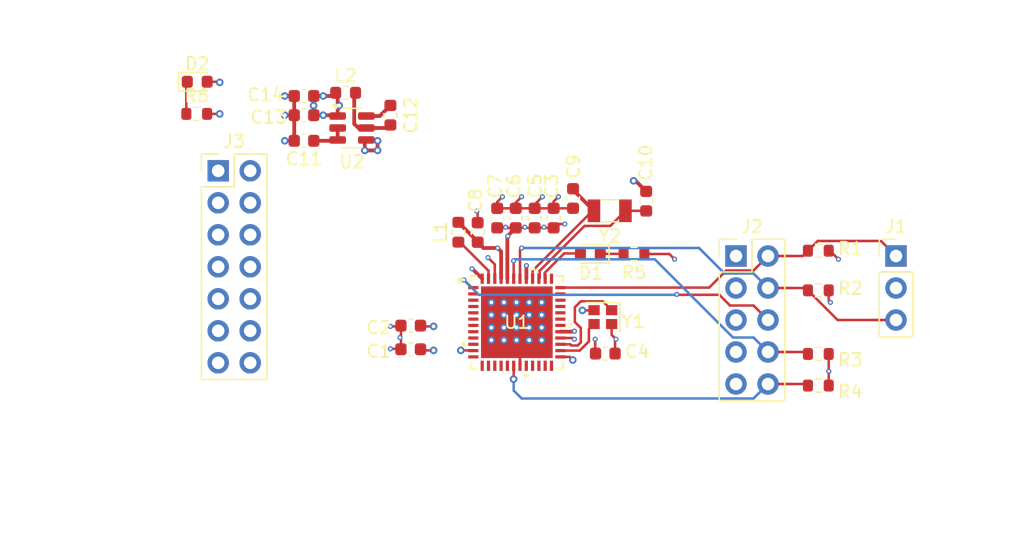
<source format=kicad_pcb>
(kicad_pcb (version 20240108) (generator "pcbnew") (generator_version "8.0")
  (layers (0 "F.Cu" signal) (1 "In1.Cu" signal) (2 "In2.Cu" signal) (31 "B.Cu" signal) (34 "B.Paste" user) (35 "F.Paste" user) (36 "B.SilkS" user "B.Silkscreen") (37 "F.SilkS" user "F.Silkscreen") (38 "B.Mask" user) (39 "F.Mask" user) (44 "Edge.Cuts" user))
  (net 0 "")
  (net 1 "GND")
  (net 2 "VDD")
  (net 3 "VFBSMPS")
  (net 4 "/SWCLK")
  (net 5 "/SWDIO")
  (net 6 "/JTDI")
  (net 7 "/JTDO")
  (net 8 "/NRST")
  (net 10 "Net-(U1-OSC_IN)")
  (net 13 "Net-(U1-OSC_OUT)")
  (net 15 "Net-(D1-A)")
  (net 17 "Net-(U1-VLXSMPS)")
  (net 20 "Net-(U1-PC15-OSC32_OUT)")
  (net 36 "/VBAT")
  (net 37 "Net-(U1-PC14-OSC32_IN)")
  (net 43 "Net-(D1-K)")
  (net 44 "Net-(U2-SW)")
  (net 45 "VIN")
  (net 46 "Net-(U2-BST)")
  (net 47 "Net-(D2-K)")
  (footprint "Resistor_SMD:R_0603_1608Metric" (layer "F.Cu") (at 164.016 89.056)
    (property "Reference" "R3" (at 2.54 0.475 0) (layer "F.SilkS"))
    (property "Value" "100k")
    (pad "1" smd roundrect (at -0.825 0) (size 0.8 0.95) (layers "F.Cu" "F.Paste" "F.Mask") (net 6 "/JTDI"))
    (pad "2" smd roundrect (at 0.825 0) (size 0.8 0.95) (layers "F.Cu" "F.Paste" "F.Mask") (net 2 "VDD"))
  )
  (footprint "Inductor_SMD:L_0603_1608Metric" (layer "F.Cu") (at 135.442 79.394 90)
    (property "Reference" "L1" (at 0 -1.43 90) (layer "F.SilkS"))
    (property "Value" "15µH")
    (pad "1" smd roundrect (at -0.7875 0 90) (size 0.875 0.95) (layers "F.Cu" "F.Paste" "F.Mask") (net 17 "Net-(U1-VLXSMPS)"))
    (pad "2" smd roundrect (at 0.7875 0 90) (size 0.875 0.95) (layers "F.Cu" "F.Paste" "F.Mask") (net 3 "VFBSMPS"))
  )
  (footprint "Resistor_SMD:R_0603_1608Metric" (layer "F.Cu") (at 164.016 91.566)
    (property "Reference" "R4" (at 2.54 0.475 0) (layer "F.SilkS"))
    (property "Value" "100k")
    (pad "1" smd roundrect (at -0.825 0) (size 0.8 0.95) (layers "F.Cu" "F.Paste" "F.Mask") (net 8 "/NRST"))
    (pad "2" smd roundrect (at 0.825 0) (size 0.8 0.95) (layers "F.Cu" "F.Paste" "F.Mask") (net 2 "VDD"))
  )
  (footprint "Capacitor_SMD:C_0603_1608Metric" (layer "F.Cu") (at 123.19 68.58 180)
    (property "Reference" "C14" (at 3.048 0.094 0) (layer "F.SilkS"))
    (property "Value" "22µF")
    (pad "1" smd roundrect (at -0.775 0 180) (size 0.9 0.95) (layers "F.Cu" "F.Paste" "F.Mask") (net 2 "VDD"))
    (pad "2" smd roundrect (at 0.775 0 180) (size 0.9 0.95) (layers "F.Cu" "F.Paste" "F.Mask") (net 1 "GND"))
  )
  (footprint "Package_TO_SOT_SMD:TSOT-23-6" (layer "F.Cu") (at 127 71.12)
    (property "Reference" "U2" (at 0 2.68 0) (layer "F.SilkS"))
    (property "Value" "AP63203WU")
    (pad "1" smd roundrect (at -1.1375 -0.95) (size 1.325 0.6) (layers "F.Cu" "F.Paste" "F.Mask") (net 2 "VDD"))
    (pad "2" smd roundrect (at -1.1375 0) (size 1.325 0.6) (layers "F.Cu" "F.Paste" "F.Mask") (net 45 "VIN"))
    (pad "3" smd roundrect (at -1.1375 0.95) (size 1.325 0.6) (layers "F.Cu" "F.Paste" "F.Mask") (net 45 "VIN"))
    (pad "4" smd roundrect (at 1.1375 0.95) (size 1.325 0.6) (layers "F.Cu" "F.Paste" "F.Mask") (net 1 "GND"))
    (pad "5" smd roundrect (at 1.1375 0) (size 1.325 0.6) (layers "F.Cu" "F.Paste" "F.Mask") (net 44 "Net-(U2-SW)"))
    (pad "6" smd roundrect (at 1.1375 -0.95) (size 1.325 0.6) (layers "F.Cu" "F.Paste" "F.Mask") (net 46 "Net-(U2-BST)"))
  )
  (footprint "Capacitor_SMD:C_0603_1608Metric" (layer "F.Cu") (at 144.545 76.715 -90)
    (property "Reference" "C9" (at -2.54 -0.033 90) (layer "F.SilkS"))
    (property "Value" "18pF")
    (pad "1" smd roundrect (at -0.775 0 270) (size 0.9 0.95) (layers "F.Cu" "F.Paste" "F.Mask") (net 20 "Net-(U1-PC15-OSC32_OUT)"))
    (pad "2" smd roundrect (at 0.775 0 270) (size 0.9 0.95) (layers "F.Cu" "F.Paste" "F.Mask") (net 1 "GND"))
  )
  (footprint "Capacitor_SMD:C_0603_1608Metric" (layer "F.Cu") (at 147.106 89.026)
    (property "Reference" "C4" (at 2.54 -0.16 0) (layer "F.SilkS"))
    (property "Value" "4.7µF")
    (pad "1" smd roundrect (at -0.775 0) (size 0.9 0.95) (layers "F.Cu" "F.Paste" "F.Mask") (net 2 "VDD"))
    (pad "2" smd roundrect (at 0.775 0) (size 0.9 0.95) (layers "F.Cu" "F.Paste" "F.Mask") (net 1 "GND"))
  )
  (footprint "Crystal:Crystal_SMD_3215-2Pin_3.2x1.5mm" (layer "F.Cu") (at 147.454 77.692 180)
    (property "Reference" "Y2" (at 0 -2 0) (layer "F.SilkS"))
    (property "Value" "Crystal_32.768kHz")
    (pad "1" smd rect (at 1.25 0 180) (size 1 1.8) (layers "F.Cu" "F.Paste" "F.Mask") (net 20 "Net-(U1-PC15-OSC32_OUT)"))
    (pad "2" smd rect (at -1.25 0 180) (size 1 1.8) (layers "F.Cu" "F.Paste" "F.Mask") (net 37 "Net-(U1-PC14-OSC32_IN)"))
  )
  (footprint "Connector_PinHeader_2.54mm:PinHeader_2x07_P2.54mm_Vertical" (layer "F.Cu") (at 116.379 74.5198)
    (property "Reference" "J3" (at 1.27 -2.33 0) (layer "F.SilkS"))
    (property "Value" "Conn_02x08_Top_Bottom")
    (pad "1" thru_hole rect (at 0 0) (size 1.7 1.7) (drill 1) (layers "*.Cu" "*.Mask") (net 1 "GND"))
    (pad "2" thru_hole oval (at 2.54 0) (size 1.7 1.7) (drill 1) (layers "*.Cu" "*.Mask") (net 1 "GND"))
    (pad "3" thru_hole oval (at 0 2.54) (size 1.7 1.7) (drill 1) (layers "*.Cu" "*.Mask") (net 2 "VDD"))
    (pad "4" thru_hole oval (at 2.54 2.54) (size 1.7 1.7) (drill 1) (layers "*.Cu" "*.Mask") (net 2 "VDD"))
    (pad "5" thru_hole oval (at 0 5.08) (size 1.7 1.7) (drill 1) (layers "*.Cu" "*.Mask") (net 45 "VIN"))
    (pad "6" thru_hole oval (at 2.54 5.08) (size 1.7 1.7) (drill 1) (layers "*.Cu" "*.Mask") (net 45 "VIN"))
    (pad "7" thru_hole oval (at 0 7.62) (size 1.7 1.7) (drill 1) (layers "*.Cu" "*.Mask") (net 36 "/VBAT"))
    (pad "8" thru_hole oval (at 2.54 7.62) (size 1.7 1.7) (drill 1) (layers "*.Cu" "*.Mask") (net 1 "GND"))
    (pad "9" thru_hole oval (at 0 10.16) (size 1.7 1.7) (drill 1) (layers "*.Cu" "*.Mask") (net 1 "GND"))
    (pad "10" thru_hole oval (at 2.54 10.16) (size 1.7 1.7) (drill 1) (layers "*.Cu" "*.Mask") (net 2 "VDD"))
    (pad "11" thru_hole oval (at 0 12.7) (size 1.7 1.7) (drill 1) (layers "*.Cu" "*.Mask") (net 2 "VDD"))
    (pad "12" thru_hole oval (at 2.54 12.7) (size 1.7 1.7) (drill 1) (layers "*.Cu" "*.Mask") (net 45 "VIN"))
    (pad "13" thru_hole oval (at 0 15.24) (size 1.7 1.7) (drill 1) (layers "*.Cu" "*.Mask") (net 45 "VIN"))
    (pad "14" thru_hole oval (at 2.54 15.24) (size 1.7 1.7) (drill 1) (layers "*.Cu" "*.Mask") (net 36 "/VBAT"))
  )
  (footprint "Inductor_SMD:L_0603_1608Metric" (layer "F.Cu") (at 126.492 68.326 180)
    (property "Reference" "L2" (at 0 1.364 0) (layer "F.SilkS"))
    (property "Value" "4.7µH")
    (pad "1" smd roundrect (at -0.7875 0 180) (size 0.875 0.95) (layers "F.Cu" "F.Paste" "F.Mask") (net 44 "Net-(U2-SW)"))
    (pad "2" smd roundrect (at 0.7875 0 180) (size 0.875 0.95) (layers "F.Cu" "F.Paste" "F.Mask") (net 2 "VDD"))
  )
  (footprint "Capacitor_SMD:C_0603_1608Metric" (layer "F.Cu") (at 123.19 72.136 180)
    (property "Reference" "C11" (at 0 -1.43 0) (layer "F.SilkS"))
    (property "Value" "10µF")
    (pad "1" smd roundrect (at -0.775 0 180) (size 0.9 0.95) (layers "F.Cu" "F.Paste" "F.Mask") (net 45 "VIN"))
    (pad "2" smd roundrect (at 0.775 0 180) (size 0.9 0.95) (layers "F.Cu" "F.Paste" "F.Mask") (net 1 "GND"))
  )
  (footprint "Resistor_SMD:R_0603_1608Metric" (layer "F.Cu") (at 149.3838 81.1198)
    (property "Reference" "R5" (at 0 1.4656 0) (layer "F.SilkS"))
    (property "Value" "R")
    (pad "1" smd roundrect (at -0.825 0) (size 0.8 0.95) (layers "F.Cu" "F.Paste" "F.Mask") (net 43 "Net-(D1-K)"))
    (pad "2" smd roundrect (at 0.825 0) (size 0.8 0.95) (layers "F.Cu" "F.Paste" "F.Mask") (net 1 "GND"))
  )
  (footprint "Capacitor_SMD:C_0603_1608Metric" (layer "F.Cu") (at 130.048 70.104 90)
    (property "Reference" "C12" (at 0 1.618 90) (layer "F.SilkS"))
    (property "Value" "100nF")
    (pad "1" smd roundrect (at -0.775 0 90) (size 0.9 0.95) (layers "F.Cu" "F.Paste" "F.Mask") (net 44 "Net-(U2-SW)"))
    (pad "2" smd roundrect (at 0.775 0 90) (size 0.9 0.95) (layers "F.Cu" "F.Paste" "F.Mask") (net 46 "Net-(U2-BST)"))
  )
  (footprint "Connector_PinHeader_2.54mm:PinHeader_2x05_P2.54mm_Vertical" (layer "F.Cu") (at 157.48 81.28)
    (property "Reference" "J2" (at 1.27 -2.33 0) (layer "F.SilkS"))
    (property "Value" "CORTEX_DEBUG")
    (pad "1" thru_hole rect (at 0 0) (size 1.7 1.7) (drill 1) (layers "*.Cu" "*.Mask") (net 2 "VDD"))
    (pad "2" thru_hole oval (at 2.54 0) (size 1.7 1.7) (drill 1) (layers "*.Cu" "*.Mask") (net 5 "/SWDIO"))
    (pad "3" thru_hole oval (at 0 2.54) (size 1.7 1.7) (drill 1) (layers "*.Cu" "*.Mask") (net 1 "GND"))
    (pad "4" thru_hole oval (at 2.54 2.54) (size 1.7 1.7) (drill 1) (layers "*.Cu" "*.Mask") (net 4 "/SWCLK"))
    (pad "5" thru_hole oval (at 0 5.08) (size 1.7 1.7) (drill 1) (layers "*.Cu" "*.Mask") (net 1 "GND"))
    (pad "6" thru_hole oval (at 2.54 5.08) (size 1.7 1.7) (drill 1) (layers "*.Cu" "*.Mask") (net 7 "/JTDO"))
    (pad "7" thru_hole oval (at 0 7.62) (size 1.7 1.7) (drill 1) (layers "*.Cu" "*.Mask"))
    (pad "8" thru_hole oval (at 2.54 7.62) (size 1.7 1.7) (drill 1) (layers "*.Cu" "*.Mask") (net 6 "/JTDI"))
    (pad "9" thru_hole oval (at 0 10.16) (size 1.7 1.7) (drill 1) (layers "*.Cu" "*.Mask") (net 1 "GND"))
    (pad "10" thru_hole oval (at 2.54 10.16) (size 1.7 1.7) (drill 1) (layers "*.Cu" "*.Mask") (net 8 "/NRST"))
  )
  (footprint "Capacitor_SMD:C_0603_1608Metric" (layer "F.Cu") (at 136.976 79.413 90)
    (property "Reference" "C8" (at 2.54 -0.16 -90) (layer "F.SilkS"))
    (property "Value" "470nF")
    (pad "1" smd roundrect (at -0.775 0 90) (size 0.9 0.95) (layers "F.Cu" "F.Paste" "F.Mask") (net 3 "VFBSMPS"))
    (pad "2" smd roundrect (at 0.775 0 90) (size 0.9 0.95) (layers "F.Cu" "F.Paste" "F.Mask") (net 1 "GND"))
  )
  (footprint "Resistor_SMD:R_0603_1608Metric" (layer "F.Cu") (at 164.016 84.006)
    (property "Reference" "R2" (at 2.54 -0.16 0) (layer "F.SilkS"))
    (property "Value" "100k")
    (pad "1" smd roundrect (at -0.825 0) (size 0.8 0.95) (layers "F.Cu" "F.Paste" "F.Mask") (net 4 "/SWCLK"))
    (pad "2" smd roundrect (at 0.825 0) (size 0.8 0.95) (layers "F.Cu" "F.Paste" "F.Mask") (net 1 "GND"))
  )
  (footprint "Project_library:UFQFPN48_7X7_STM" (layer "F.Cu") (at 140.0848 86.5388)
    (property "Reference" "U1" (at 0 0 0) (layer "F.SilkS"))
    (property "Value" "STM32WLE5CBU6")
    (fp_text user "*" (at -4.4958 -3 0) (layer "F.SilkS"))
    (fp_text user "*" (at -4.4958 -3 0) (layer "F.SilkS"))
    (pad "1" smd rect (at -3.4544 -2.75 90) (size 0.254 0.8128) (layers "F.Cu" "F.Paste" "F.Mask") (net 7 "/JTDO"))
    (pad "2" smd rect (at -3.4544 -2.250001 90) (size 0.254 0.8128) (layers "F.Cu" "F.Paste" "F.Mask"))
    (pad "3" smd rect (at -3.4544 -1.749999 90) (size 0.254 0.8128) (layers "F.Cu" "F.Paste" "F.Mask"))
    (pad "4" smd rect (at -3.4544 -1.25 90) (size 0.254 0.8128) (layers "F.Cu" "F.Paste" "F.Mask"))
    (pad "5" smd rect (at -3.4544 -0.750001 90) (size 0.254 0.8128) (layers "F.Cu" "F.Paste" "F.Mask"))
    (pad "6" smd rect (at -3.4544 -0.25 90) (size 0.254 0.8128) (layers "F.Cu" "F.Paste" "F.Mask"))
    (pad "7" smd rect (at -3.4544 0.25 90) (size 0.254 0.8128) (layers "F.Cu" "F.Paste" "F.Mask"))
    (pad "8" smd rect (at -3.4544 0.750001 90) (size 0.254 0.8128) (layers "F.Cu" "F.Paste" "F.Mask"))
    (pad "9" smd rect (at -3.4544 1.25 90) (size 0.254 0.8128) (layers "F.Cu" "F.Paste" "F.Mask"))
    (pad "10" smd rect (at -3.4544 1.749999 90) (size 0.254 0.8128) (layers "F.Cu" "F.Paste" "F.Mask"))
    (pad "11" smd rect (at -3.4544 2.250001 90) (size 0.254 0.8128) (layers "F.Cu" "F.Paste" "F.Mask") (net 2 "VDD"))
    (pad "12" smd rect (at -3.4544 2.75 90) (size 0.254 0.8128) (layers "F.Cu" "F.Paste" "F.Mask"))
    (pad "13" smd rect (at -2.75 3.4544) (size 0.254 0.8128) (layers "F.Cu" "F.Paste" "F.Mask"))
    (pad "14" smd rect (at -2.250001 3.4544) (size 0.254 0.8128) (layers "F.Cu" "F.Paste" "F.Mask"))
    (pad "15" smd rect (at -1.749999 3.4544) (size 0.254 0.8128) (layers "F.Cu" "F.Paste" "F.Mask"))
    (pad "16" smd rect (at -1.25 3.4544) (size 0.254 0.8128) (layers "F.Cu" "F.Paste" "F.Mask"))
    (pad "17" smd rect (at -0.750001 3.4544) (size 0.254 0.8128) (layers "F.Cu" "F.Paste" "F.Mask"))
    (pad "18" smd rect (at -0.25 3.4544) (size 0.254 0.8128) (layers "F.Cu" "F.Paste" "F.Mask") (net 8 "/NRST"))
    (pad "19" smd rect (at 0.25 3.4544) (size 0.254 0.8128) (layers "F.Cu" "F.Paste" "F.Mask") (net 1 "GND"))
    (pad "20" smd rect (at 0.750001 3.4544) (size 0.254 0.8128) (layers "F.Cu" "F.Paste" "F.Mask"))
    (pad "21" smd rect (at 1.25 3.4544) (size 0.254 0.8128) (layers "F.Cu" "F.Paste" "F.Mask"))
    (pad "22" smd rect (at 1.749999 3.4544) (size 0.254 0.8128) (layers "F.Cu" "F.Paste" "F.Mask"))
    (pad "23" smd rect (at 2.250001 3.4544) (size 0.254 0.8128) (layers "F.Cu" "F.Paste" "F.Mask"))
    (pad "24" smd rect (at 2.75 3.4544) (size 0.254 0.8128) (layers "F.Cu" "F.Paste" "F.Mask"))
    (pad "25" smd rect (at 3.4544 2.75 90) (size 0.254 0.8128) (layers "F.Cu" "F.Paste" "F.Mask") (net 2 "VDD"))
    (pad "26" smd rect (at 3.4544 2.250001 90) (size 0.254 0.8128) (layers "F.Cu" "F.Paste" "F.Mask") (net 10 "Net-(U1-OSC_IN)"))
    (pad "27" smd rect (at 3.4544 1.749999 90) (size 0.254 0.8128) (layers "F.Cu" "F.Paste" "F.Mask") (net 13 "Net-(U1-OSC_OUT)"))
    (pad "28" smd rect (at 3.4544 1.25 90) (size 0.254 0.8128) (layers "F.Cu" "F.Paste" "F.Mask") (net 2 "VDD"))
    (pad "29" smd rect (at 3.4544 0.750001 90) (size 0.254 0.8128) (layers "F.Cu" "F.Paste" "F.Mask") (net 3 "VFBSMPS"))
    (pad "30" smd rect (at 3.4544 0.25 90) (size 0.254 0.8128) (layers "F.Cu" "F.Paste" "F.Mask"))
    (pad "31" smd rect (at 3.4544 -0.25 90) (size 0.254 0.8128) (layers "F.Cu" "F.Paste" "F.Mask"))
    (pad "32" smd rect (at 3.4544 -0.750001 90) (size 0.254 0.8128) (layers "F.Cu" "F.Paste" "F.Mask"))
    (pad "33" smd rect (at 3.4544 -1.25 90) (size 0.254 0.8128) (layers "F.Cu" "F.Paste" "F.Mask"))
    (pad "34" smd rect (at 3.4544 -1.749999 90) (size 0.254 0.8128) (layers "F.Cu" "F.Paste" "F.Mask"))
    (pad "35" smd rect (at 3.4544 -2.250001 90) (size 0.254 0.8128) (layers "F.Cu" "F.Paste" "F.Mask"))
    (pad "36" smd rect (at 3.4544 -2.75 90) (size 0.254 0.8128) (layers "F.Cu" "F.Paste" "F.Mask") (net 5 "/SWDIO"))
    (pad "37" smd rect (at 2.75 -3.4544) (size 0.254 0.8128) (layers "F.Cu" "F.Paste" "F.Mask") (net 36 "/VBAT"))
    (pad "38" smd rect (at 2.250001 -3.4544) (size 0.254 0.8128) (layers "F.Cu" "F.Paste" "F.Mask") (net 15 "Net-(D1-A)"))
    (pad "39" smd rect (at 1.749999 -3.4544) (size 0.254 0.8128) (layers "F.Cu" "F.Paste" "F.Mask") (net 37 "Net-(U1-PC14-OSC32_IN)"))
    (pad "40" smd rect (at 1.25 -3.4544) (size 0.254 0.8128) (layers "F.Cu" "F.Paste" "F.Mask") (net 20 "Net-(U1-PC15-OSC32_OUT)"))
    (pad "41" smd rect (at 0.750001 -3.4544) (size 0.254 0.8128) (layers "F.Cu" "F.Paste" "F.Mask") (net 2 "VDD"))
    (pad "42" smd rect (at 0.25 -3.4544) (size 0.254 0.8128) (layers "F.Cu" "F.Paste" "F.Mask") (net 4 "/SWCLK"))
    (pad "43" smd rect (at -0.25 -3.4544) (size 0.254 0.8128) (layers "F.Cu" "F.Paste" "F.Mask") (net 6 "/JTDI"))
    (pad "44" smd rect (at -0.750001 -3.4544) (size 0.254 0.8128) (layers "F.Cu" "F.Paste" "F.Mask") (net 2 "VDD"))
    (pad "45" smd rect (at -1.25 -3.4544) (size 0.254 0.8128) (layers "F.Cu" "F.Paste" "F.Mask") (net 3 "VFBSMPS"))
    (pad "46" smd rect (at -1.749999 -3.4544) (size 0.254 0.8128) (layers "F.Cu" "F.Paste" "F.Mask") (net 2 "VDD"))
    (pad "47" smd rect (at -2.250001 -3.4544) (size 0.254 0.8128) (layers "F.Cu" "F.Paste" "F.Mask") (net 17 "Net-(U1-VLXSMPS)"))
    (pad "48" smd rect (at -2.75 -3.4544) (size 0.254 0.8128) (layers "F.Cu" "F.Paste" "F.Mask") (net 1 "GND"))
    (pad "49" smd rect (at 0 0) (size 5.6896 5.6896) (layers "F.Cu" "F.Paste" "F.Mask") (net 1 "GND"))
  )
  (footprint "Capacitor_SMD:C_0603_1608Metric" (layer "F.Cu") (at 131.659 86.809 180)
    (property "Reference" "C2" (at 2.54 -0.16 180) (layer "F.SilkS"))
    (property "Value" "4.7µF")
    (pad "1" smd roundrect (at -0.775 0 180) (size 0.9 0.95) (layers "F.Cu" "F.Paste" "F.Mask") (net 2 "VDD"))
    (pad "2" smd roundrect (at 0.775 0 180) (size 0.9 0.95) (layers "F.Cu" "F.Paste" "F.Mask") (net 1 "GND"))
  )
  (footprint "Connector_PinHeader_2.54mm:PinHeader_1x03_P2.54mm_Vertical" (layer "F.Cu") (at 170.18 81.28)
    (property "Reference" "J1" (at 0 -2.33 0) (layer "F.SilkS"))
    (property "Value" "SWD")
    (pad "1" thru_hole rect (at 0 0) (size 1.7 1.7) (drill 1) (layers "*.Cu" "*.Mask") (net 5 "/SWDIO"))
    (pad "2" thru_hole oval (at 0 2.54) (size 1.7 1.7) (drill 1) (layers "*.Cu" "*.Mask") (net 1 "GND"))
    (pad "3" thru_hole oval (at 0 5.08) (size 1.7 1.7) (drill 1) (layers "*.Cu" "*.Mask") (net 4 "/SWCLK"))
  )
  (footprint "Capacitor_SMD:C_0603_1608Metric" (layer "F.Cu") (at 123.19 70.104 180)
    (property "Reference" "C13" (at 2.794 -0.16 0) (layer "F.SilkS"))
    (property "Value" "22µF")
    (pad "1" smd roundrect (at -0.775 0 180) (size 0.9 0.95) (layers "F.Cu" "F.Paste" "F.Mask") (net 2 "VDD"))
    (pad "2" smd roundrect (at 0.775 0 180) (size 0.9 0.95) (layers "F.Cu" "F.Paste" "F.Mask") (net 1 "GND"))
  )
  (footprint "Resistor_SMD:R_0603_1608Metric" (layer "F.Cu") (at 114.675 70)
    (property "Reference" "R6" (at 0 -1.43 0) (layer "F.SilkS"))
    (property "Value" "500")
    (pad "1" smd roundrect (at -0.825 0) (size 0.8 0.95) (layers "F.Cu" "F.Paste" "F.Mask") (net 47 "Net-(D2-K)"))
    (pad "2" smd roundrect (at 0.825 0) (size 0.8 0.95) (layers "F.Cu" "F.Paste" "F.Mask") (net 1 "GND"))
  )
  (footprint "Capacitor_SMD:C_0603_1608Metric" (layer "F.Cu") (at 138.524 78.27 90)
    (property "Reference" "C7" (at 2.54 -0.16 -90) (layer "F.SilkS"))
    (property "Value" "4.7µF")
    (pad "1" smd roundrect (at -0.775 0 90) (size 0.9 0.95) (layers "F.Cu" "F.Paste" "F.Mask") (net 2 "VDD"))
    (pad "2" smd roundrect (at 0.775 0 90) (size 0.9 0.95) (layers "F.Cu" "F.Paste" "F.Mask") (net 1 "GND"))
  )
  (footprint "Crystal:Crystal_SMD_2016-4Pin_2.0x1.6mm" (layer "F.Cu") (at 146.911 86.13 180)
    (property "Reference" "Y1" (at -2.413 -0.349 0) (layer "F.SilkS"))
    (property "Value" "Crystal_32MHz")
    (pad "1" smd rect (at -0.7 0.55 180) (size 0.9 0.8) (layers "F.Cu" "F.Paste" "F.Mask") (net 13 "Net-(U1-OSC_OUT)"))
    (pad "2" smd rect (at 0.7 0.55 180) (size 0.9 0.8) (layers "F.Cu" "F.Paste" "F.Mask") (net 1 "GND"))
    (pad "3" smd rect (at 0.7 -0.55 180) (size 0.9 0.8) (layers "F.Cu" "F.Paste" "F.Mask") (net 10 "Net-(U1-OSC_IN)"))
    (pad "4" smd rect (at -0.7 -0.55 180) (size 0.9 0.8) (layers "F.Cu" "F.Paste" "F.Mask") (net 1 "GND"))
  )
  (footprint "LED_SMD:LED_0603_1608Metric" (layer "F.Cu") (at 114.715 67.45)
    (property "Reference" "D2" (at 0 -1.43 0) (layer "F.SilkS"))
    (property "Value" "power on LED")
    (pad "1" smd roundrect (at -0.7875 0) (size 0.875 0.95) (layers "F.Cu" "F.Paste" "F.Mask") (net 47 "Net-(D2-K)"))
    (pad "2" smd roundrect (at 0.7875 0) (size 0.875 0.95) (layers "F.Cu" "F.Paste" "F.Mask") (net 2 "VDD"))
  )
  (footprint "Capacitor_SMD:C_0603_1608Metric" (layer "F.Cu") (at 150.349 76.925 90)
    (property "Reference" "C10" (at 3.048 -0.033 90) (layer "F.SilkS"))
    (property "Value" "18pF")
    (pad "1" smd roundrect (at -0.775 0 90) (size 0.9 0.95) (layers "F.Cu" "F.Paste" "F.Mask") (net 37 "Net-(U1-PC14-OSC32_IN)"))
    (pad "2" smd roundrect (at 0.775 0 90) (size 0.9 0.95) (layers "F.Cu" "F.Paste" "F.Mask") (net 1 "GND"))
  )
  (footprint "LED_SMD:LED_0603_1608Metric" (layer "F.Cu") (at 145.9186 81.1098 180)
    (property "Reference" "D1" (at -0.0508 -1.5316 0) (layer "F.SilkS"))
    (property "Value" "LED")
    (pad "1" smd roundrect (at -0.7875 0 180) (size 0.875 0.95) (layers "F.Cu" "F.Paste" "F.Mask") (net 43 "Net-(D1-K)"))
    (pad "2" smd roundrect (at 0.7875 0 180) (size 0.875 0.95) (layers "F.Cu" "F.Paste" "F.Mask") (net 15 "Net-(D1-A)"))
  )
  (footprint "Capacitor_SMD:C_0603_1608Metric" (layer "F.Cu") (at 131.659 88.684 180)
    (property "Reference" "C1" (at 2.54 -0.16 180) (layer "F.SilkS"))
    (property "Value" "100nF")
    (pad "1" smd roundrect (at -0.775 0 180) (size 0.9 0.95) (layers "F.Cu" "F.Paste" "F.Mask") (net 2 "VDD"))
    (pad "2" smd roundrect (at 0.775 0 180) (size 0.9 0.95) (layers "F.Cu" "F.Paste" "F.Mask") (net 1 "GND"))
  )
  (footprint "Capacitor_SMD:C_0603_1608Metric" (layer "F.Cu") (at 143.0056 78.2682 90)
    (property "Reference" "C3" (at 2.54 -0.16 -90) (layer "F.SilkS"))
    (property "Value" "100nF")
    (pad "1" smd roundrect (at -0.775 0 90) (size 0.9 0.95) (layers "F.Cu" "F.Paste" "F.Mask") (net 2 "VDD"))
    (pad "2" smd roundrect (at 0.775 0 90) (size 0.9 0.95) (layers "F.Cu" "F.Paste" "F.Mask") (net 1 "GND"))
  )
  (footprint "Capacitor_SMD:C_0603_1608Metric" (layer "F.Cu") (at 140 78.27 90)
    (property "Reference" "C6" (at 2.54 -0.16 -90) (layer "F.SilkS"))
    (property "Value" "1µF")
    (pad "1" smd roundrect (at -0.775 0 90) (size 0.9 0.95) (layers "F.Cu" "F.Paste" "F.Mask") (net 2 "VDD"))
    (pad "2" smd roundrect (at 0.775 0 90) (size 0.9 0.95) (layers "F.Cu" "F.Paste" "F.Mask") (net 1 "GND"))
  )
  (footprint "Capacitor_SMD:C_0603_1608Metric" (layer "F.Cu") (at 141.5 78.27 90)
    (property "Reference" "C5" (at 2.56 0.04 -90) (layer "F.SilkS"))
    (property "Value" "10nF")
    (pad "1" smd roundrect (at -0.775 0 90) (size 0.9 0.95) (layers "F.Cu" "F.Paste" "F.Mask") (net 2 "VDD"))
    (pad "2" smd roundrect (at 0.775 0 90) (size 0.9 0.95) (layers "F.Cu" "F.Paste" "F.Mask") (net 1 "GND"))
  )
  (footprint "Resistor_SMD:R_0603_1608Metric" (layer "F.Cu") (at 164.016 80.861)
    (property "Reference" "R1" (at 2.54 -0.16 0) (layer "F.SilkS"))
    (property "Value" "100k")
    (pad "1" smd roundrect (at -0.825 0) (size 0.8 0.95) (layers "F.Cu" "F.Paste" "F.Mask") (net 5 "/SWDIO"))
    (pad "2" smd roundrect (at 0.825 0) (size 0.8 0.95) (layers "F.Cu" "F.Paste" "F.Mask") (net 2 "VDD"))
  )
  (segment (start 130.884 87.831) (end 130.81 87.757) (width 0.2) (layer "F.Cu") (net 1))
  (segment (start 164.841 84.006) (end 164.841 84.831) (width 0.2) (layer "F.Cu") (net 1))
  (segment (start 129.032 72.136) (end 129.032 72.644) (width 0.3) (layer "F.Cu") (net 1))
  (segment (start 136.976 78.638) (end 136.976 77.794) (width 0.2) (layer "F.Cu") (net 1))
  (segment (start 128.1375 72.07) (end 128.1375 72.2575) (width 0.2) (layer "F.Cu") (net 1))
  (segment (start 152.189 81.1198) (end 152.6032 81.534) (width 0.2) (layer "F.Cu") (net 1))
  (segment (start 140 77.043) (end 140.462 76.581) (width 0.2) (layer "F.Cu") (net 1))
  (segment (start 130.884 88.684) (end 130.884 87.831) (width 0.2) (layer "F.Cu") (net 1))
  (segment (start 141.5 77.194) (end 142.113 76.581) (width 0.2) (layer "F.Cu") (net 1))
  (segment (start 128.966 72.07) (end 129.032 72.136) (width 0.2) (layer "F.Cu") (net 1))
  (segment (start 137.287 83.0366) (end 137.3348 83.0844) (width 0.2) (layer "F.Cu") (net 1))
  (segment (start 130.048 86.868) (end 130.825 86.868) (width 0.2) (layer "F.Cu") (net 1))
  (segment (start 138.524 76.995) (end 138.938 76.581) (width 0.2) (layer "F.Cu") (net 1))
  (segment (start 140.3348 89.9932) (end 140.3348 86.7888) (width 0.2) (layer "F.Cu") (net 1))
  (segment (start 130.825 86.868) (end 130.884 86.809) (width 0.2) (layer "F.Cu") (net 1))
  (segment (start 138.524 77.495) (end 144.54 77.495) (width 0.2) (layer "F.Cu") (net 1))
  (segment (start 130.846 88.646) (end 130.884 88.684) (width 0.2) (layer "F.Cu") (net 1))
  (segment (start 147.611 86.68) (end 147.611 87.54) (width 0.2) (layer "F.Cu") (net 1))
  (segment (start 121.92 68.58) (end 122.415 68.58) (width 0.3) (layer "F.Cu") (net 1))
  (segment (start 121.92 70.104) (end 122.415 70.104) (width 0.3) (layer "F.Cu") (net 1))
  (segment (start 128.016 72.898) (end 129.032 72.898) (width 0.3) (layer "F.Cu") (net 1))
  (segment (start 122.415 68.58) (end 122.415 72.136) (width 0.3) (layer "F.Cu") (net 1))
  (segment (start 147.881 87.958) (end 147.955 87.884) (width 0.2) (layer "F.Cu") (net 1))
  (segment (start 146.193 85.598) (end 146.211 85.58) (width 0.2) (layer "F.Cu") (net 1))
  (segment (start 144.54 77.495) (end 144.545 77.49) (width 0.2) (layer "F.Cu") (net 1))
  (segment (start 150.2088 81.1198) (end 152.189 81.1198) (width 0.2) (layer "F.Cu") (net 1))
  (segment (start 147.611 87.54) (end 147.955 87.884) (width 0.2) (layer "F.Cu") (net 1))
  (segment (start 128.016 72.1915) (end 128.1375 72.07) (width 0.2) (layer "F.Cu") (net 1))
  (segment (start 147.881 89.026) (end 147.881 87.958) (width 0.2) (layer "F.Cu") (net 1))
  (segment (start 140 77.495) (end 140 77.043) (width 0.2) (layer "F.Cu") (net 1))
  (segment (start 130.884 87.683) (end 130.81 87.757) (width 0.2) (layer "F.Cu") (net 1))
  (segment (start 136.525 82.296) (end 136.5464 82.296) (width 0.3) (layer "F.Cu") (net 1))
  (segment (start 164.841 84.831) (end 164.973 84.963) (width 0.2) (layer "F.Cu") (net 1))
  (segment (start 140.3348 86.7888) (end 140.0848 86.5388) (width 0.2) (layer "F.Cu") (net 1))
  (segment (start 149.51 75.311) (end 150.349 76.15) (width 0.3) (layer "F.Cu") (net 1))
  (segment (start 143.0056 76.9584) (end 143.383 76.581) (width 0.2) (layer "F.Cu") (net 1))
  (segment (start 130.048 88.646) (end 130.846 88.646) (width 0.2) (layer "F.Cu") (net 1))
  (segment (start 128.1375 72.07) (end 128.966 72.07) (width 0.3) (layer "F.Cu") (net 1))
  (segment (start 136.976 77.794) (end 136.906 77.724) (width 0.2) (layer "F.Cu") (net 1))
  (segment (start 141.5 77.495) (end 141.5 77.194) (width 0.2) (layer "F.Cu") (net 1))
  (segment (start 136.5464 82.296) (end 137.3348 83.0844) (width 0.3) (layer "F.Cu") (net 1))
  (segment (start 145.288 85.598) (end 146.193 85.598) (width 0.2) (layer "F.Cu") (net 1))
  (segment (start 121.666 72.136) (end 122.415 72.136) (width 0.3) (layer "F.Cu") (net 1))
  (segment (start 149.352 75.311) (end 149.51 75.311) (width 0.3) (layer "F.Cu") (net 1))
  (segment (start 128.016 72.898) (end 128.016 72.1915) (width 0.3) (layer "F.Cu") (net 1))
  (segment (start 115.5 70) (end 116.5 70) (width 0.2) (layer "F.Cu") (net 1))
  (segment (start 130.884 86.809) (end 130.884 87.683) (width 0.2) (layer "F.Cu") (net 1))
  (segment (start 143.0056 77.4932) (end 143.0056 76.9584) (width 0.2) (layer "F.Cu") (net 1))
  (segment (start 138.524 77.495) (end 138.524 76.995) (width 0.2) (layer "F.Cu") (net 1))
  (via (at 141.06 84.96) (size 0.6) (drill 0.3) (layers "F.Cu" "B.Cu") (net 1))
  (via (at 141.06 85.96) (size 0.6) (drill 0.3) (layers "F.Cu" "B.Cu") (net 1))
  (via (at 121.666 72.136) (size 0.6) (drill 0.3) (layers "F.Cu" "B.Cu") (net 1))
  (via (at 142.06 86.96) (size 0.6) (drill 0.3) (layers "F.Cu" "B.Cu") (net 1))
  (via (at 139.06 87.96) (size 0.6) (drill 0.3) (layers "F.Cu" "B.Cu") (net 1))
  (via (at 138.06 86.96) (size 0.6) (drill 0.3) (layers "F.Cu" "B.Cu") (net 1))
  (via (at 152.6032 81.534) (size 0.4) (drill 0.2) (layers "F.Cu" "B.Cu") (net 1))
  (via (at 138.06 84.96) (size 0.6) (drill 0.3) (layers "F.Cu" "B.Cu") (net 1))
  (via (at 140.06 85.96) (size 0.6) (drill 0.3) (layers "F.Cu" "B.Cu") (net 1))
  (via (at 136.906 77.724) (size 0.4) (drill 0.2) (layers "F.Cu" "B.Cu") (net 1))
  (via (at 142.06 85.96) (size 0.6) (drill 0.3) (layers "F.Cu" "B.Cu") (net 1))
  (via (at 139.06 84.96) (size 0.6) (drill 0.3) (layers "F.Cu" "B.Cu") (net 1))
  (via (at 138.938 76.581) (size 0.4) (drill 0.2) (layers "F.Cu" "B.Cu") (net 1))
  (via (at 147.955 87.884) (size 0.4) (drill 0.2) (layers "F.Cu" "B.Cu") (net 1))
  (via (at 130.81 87.757) (size 0.4) (drill 0.2) (layers "F.Cu" "B.Cu") (net 1))
  (via (at 138.06 87.96) (size 0.6) (drill 0.3) (layers "F.Cu" "B.Cu") (net 1))
  (via (at 164.973 84.963) (size 0.4) (drill 0.2) (layers "F.Cu" "B.Cu") (net 1))
  (via (at 140.06 84.96) (size 0.6) (drill 0.3) (layers "F.Cu" "B.Cu") (net 1))
  (via (at 140.462 76.581) (size 0.4) (drill 0.2) (layers "F.Cu" "B.Cu") (net 1))
  (via (at 138.06 85.96) (size 0.6) (drill 0.3) (layers "F.Cu" "B.Cu") (net 1))
  (via (at 142.06 87.96) (size 0.6) (drill 0.3) (layers "F.Cu" "B.Cu") (net 1))
  (via (at 136.525 82.296) (size 0.4) (drill 0.2) (layers "F.Cu" "B.Cu") (net 1))
  (via (at 142.06 84.96) (size 0.6) (drill 0.3) (layers "F.Cu" "B.Cu") (net 1))
  (via (at 149.352 75.311) (size 0.6) (drill 0.3) (layers "F.Cu" "B.Cu") (net 1))
  (via (at 130.048 86.868) (size 0.4) (drill 0.2) (layers "F.Cu" "B.Cu") (net 1))
  (via (at 140.06 86.96) (size 0.6) (drill 0.3) (layers "F.Cu" "B.Cu") (net 1))
  (via (at 145.288 85.598) (size 0.6) (drill 0.3) (layers "F.Cu" "B.Cu") (net 1))
  (via (at 129.032 72.136) (size 0.6) (drill 0.3) (layers "F.Cu" "B.Cu") (net 1))
  (via (at 139.06 85.96) (size 0.6) (drill 0.3) (layers "F.Cu" "B.Cu") (net 1))
  (via (at 141.06 87.96) (size 0.6) (drill 0.3) (layers "F.Cu" "B.Cu") (net 1))
  (via (at 143.383 76.581) (size 0.4) (drill 0.2) (layers "F.Cu" "B.Cu") (net 1))
  (via (at 141.06 86.96) (size 0.6) (drill 0.3) (layers "F.Cu" "B.Cu") (net 1))
  (via (at 116.5 70) (size 0.6) (drill 0.3) (layers "F.Cu" "B.Cu") (net 1))
  (via (at 129.032 72.898) (size 0.6) (drill 0.3) (layers "F.Cu" "B.Cu") (net 1))
  (via (at 121.666 68.58) (size 0.6) (drill 0.3) (layers "F.Cu" "B.Cu") (net 1))
  (via (at 130.048 88.646) (size 0.4) (drill 0.2) (layers "F.Cu" "B.Cu") (net 1))
  (via (at 140.06 87.96) (size 0.6) (drill 0.3) (layers "F.Cu" "B.Cu") (net 1))
  (via (at 121.666 70.104) (size 0.6) (drill 0.3) (layers "F.Cu" "B.Cu") (net 1))
  (via (at 139.06 86.96) (size 0.6) (drill 0.3) (layers "F.Cu" "B.Cu") (net 1))
  (via (at 128.016 72.898) (size 0.6) (drill 0.3) (layers "F.Cu" "B.Cu") (net 1))
  (via (at 142.113 76.581) (size 0.4) (drill 0.2) (layers "F.Cu" "B.Cu") (net 1))
  (segment (start 125.984 69.342) (end 125.8625 69.2205) (width 0.2) (layer "F.Cu") (net 2))
  (segment (start 146.304 88.999) (end 146.331 89.026) (width 0.2) (layer "F.Cu") (net 2))
  (segment (start 143.891 78.74) (end 143.3088 78.74) (width 0.2) (layer "F.Cu") (net 2))
  (segment (start 138.5258 79.0432) (end 138.524 79.045) (width 0.2) (layer "F.Cu") (net 2))
  (segment (start 139.327 79.718) (end 140 79.045) (width 0.3) (layer "F.Cu") (net 2))
  (segment (start 123.965 70.104) (end 123.965 69.355) (width 0.3) (layer "F.Cu") (net 2))
  (segment (start 164.846 90.424) (end 164.841 90.419) (width 0.2) (layer "F.Cu") (net 2))
  (segment (start 123.952 69.342) (end 123.965 69.329) (width 0.2) (layer "F.Cu") (net 2))
  (segment (start 125.8625 69.4635) (end 125.984 69.342) (width 0.2) (layer "F.Cu") (net 2))
  (segment (start 133.477 88.773) (end 132.523 88.773) (width 0.2) (layer "F.Cu") (net 2))
  (segment (start 123.965 70.104) (end 124.714 70.104) (width 0.3) (layer "F.Cu") (net 2))
  (segment (start 133.477 86.868) (end 132.493 86.868) (width 0.2) (layer "F.Cu") (net 2))
  (segment (start 143.5392 89.2888) (end 144.2798 89.2888) (width 0.2) (layer "F.Cu") (net 2))
  (segment (start 136.614599 88.773) (end 136.6304 88.788801) (width 0.2) (layer "F.Cu") (net 2))
  (segment (start 146.304 87.884) (end 146.304 88.999) (width 0.2) (layer "F.Cu") (net 2))
  (segment (start 164.935 80.861) (end 165.608 81.534) (width 0.2) (layer "F.Cu") (net 2))
  (segment (start 125.4505 68.58) (end 125.7045 68.326) (width 0.2) (layer "F.Cu") (net 2))
  (segment (start 123.965 69.329) (end 123.965 68.58) (width 0.3) (layer "F.Cu") (net 2))
  (segment (start 125.8625 70.17) (end 125.8625 69.4635) (width 0.3) (layer "F.Cu") (net 2))
  (segment (start 115.5025 67.45) (end 116.45 67.45) (width 0.2) (layer "F.Cu") (net 2))
  (segment (start 116.45 67.45) (end 116.5 67.5) (width 0.2) (layer "F.Cu") (net 2))
  (segment (start 125.8625 69.2205) (end 125.8625 68.484) (width 0.3) (layer "F.Cu") (net 2))
  (segment (start 125.8625 68.484) (end 125.7045 68.326) (width 0.2) (layer "F.Cu") (net 2))
  (segment (start 146.076 89.281) (end 146.331 89.026) (width 0.2) (layer "F.Cu") (net 2))
  (segment (start 138.334801 81.946801) (end 138.334801 83.0844) (width 0.2) (layer "F.Cu") (net 2))
  (segment (start 139.327 83.076601) (end 139.327 79.718) (width 0.3) (layer "F.Cu") (net 2))
  (segment (start 164.841 90.419) (end 164.841 89.056) (width 0.2) (layer "F.Cu") (net 2))
  (segment (start 140.843 82.042) (end 140.843 83.076201) (width 0.3) (layer "F.Cu") (net 2))
  (segment (start 124.714 70.104) (end 125.7965 70.104) (width 0.3) (layer "F.Cu") (net 2))
  (segment (start 144.2798 89.2888) (end 144.526 89.535) (width 0.2) (layer "F.Cu") (net 2))
  (segment (start 143.0056 79.0432) (end 138.5258 79.0432) (width 0.2) (layer "F.Cu") (net 2))
  (segment (start 135.636 88.773) (end 136.614599 88.773) (width 0.2) (layer "F.Cu") (net 2))
  (segment (start 123.965 68.58) (end 124.714 68.58) (width 0.3) (layer "F.Cu") (net 2))
  (segment (start 123.965 69.355) (end 123.952 69.342) (width 0.2) (layer "F.Cu") (net 2))
  (segment (start 164.841 80.861) (end 164.935 80.861) (width 0.2) (layer "F.Cu") (net 2))
  (segment (start 124.714 68.58) (end 125.4505 68.58) (width 0.3) (layer "F.Cu") (net 2))
  (segment (start 164.841 91.566) (end 164.841 90.429) (width 0.2) (layer "F.Cu") (net 2))
  (segment (start 132.523 88.773) (end 132.434 88.684) (width 0.2) (layer "F.Cu") (net 2))
  (segment (start 139.334799 83.0844) (end 139.327 83.076601) (width 0.3) (layer "F.Cu") (net 2))
  (segment (start 143.3088 78.74) (end 143.0056 79.0432) (width 0.2) (layer "F.Cu") (net 2))
  (segment (start 137.795 81.407) (end 138.334801 81.946801) (width 0.2) (layer "F.Cu") (net 2))
  (segment (start 125.7965 70.104) (end 125.8625 70.17) (width 0.2) (layer "F.Cu") (net 2))
  (segment (start 140.843 83.076201) (end 140.834801 83.0844) (width 0.2) (layer "F.Cu") (net 2))
  (segment (start 132.493 86.868) (end 132.434 86.809) (width 0.2) (layer "F.Cu") (net 2))
  (segment (start 144.5578 87.7888) (end 144.653 87.884) (width 0.2) (layer "F.Cu") (net 2))
  (segment (start 164.841 90.429) (end 164.846 90.424) (width 0.2) (layer "F.Cu") (net 2))
  (segment (start 143.5392 87.7888) (end 144.5578 87.7888) (width 0.2) (layer "F.Cu") (net 2))
  (via (at 143.891 78.74) (size 0.4) (drill 0.2) (layers "F.Cu" "B.Cu") (net 2))
  (via (at 137.795 81.407) (size 0.4) (drill 0.2) (layers "F.Cu" "B.Cu") (net 2))
  (via (at 139.192 78.994) (size 0.4) (drill 0.2) (layers "F.Cu" "B.Cu") (net 2))
  (via (at 146.304 87.884) (size 0.4) (drill 0.2) (layers "F.Cu" "B.Cu") (net 2))
  (via (at 124.714 68.58) (size 0.6) (drill 0.3) (layers "F.Cu" "B.Cu") (net 2))
  (via (at 123.952 69.342) (size 0.6) (drill 0.3) (layers "F.Cu" "B.Cu") (net 2))
  (via (at 139.3698 79.7052) (size 0.4) (drill 0.2) (layers "F.Cu" "B.Cu") (net 2))
  (via (at 144.526 89.535) (size 0.6) (drill 0.3) (layers "F.Cu" "B.Cu") (net 2))
  (via (at 133.477 86.868) (size 0.6) (drill 0.3) (layers "F.Cu" "B.Cu") (net 2))
  (via (at 140.843 82.042) (size 0.4) (drill 0.2) (layers "F.Cu" "B.Cu") (net 2))
  (via (at 135.636 88.773) (size 0.6) (drill 0.3) (layers "F.Cu" "B.Cu") (net 2))
  (via (at 165.608 81.534) (size 0.4) (drill 0.2) (layers "F.Cu" "B.Cu") (net 2))
  (via (at 142.24 78.994) (size 0.4) (drill 0.2) (layers "F.Cu" "B.Cu") (net 2))
  (via (at 133.477 88.773) (size 0.6) (drill 0.3) (layers "F.Cu" "B.Cu") (net 2))
  (via (at 140.716 78.994) (size 0.4) (drill 0.2) (layers "F.Cu" "B.Cu") (net 2))
  (via (at 116.5 67.5) (size 0.6) (drill 0.3) (layers "F.Cu" "B.Cu") (net 2))
  (via (at 144.653 87.884) (size 0.4) (drill 0.2) (layers "F.Cu" "B.Cu") (net 2))
  (via (at 164.846 90.424) (size 0.4) (drill 0.2) (layers "F.Cu" "B.Cu") (net 2))
  (via (at 124.714 70.104) (size 0.6) (drill 0.3) (layers "F.Cu" "B.Cu") (net 2))
  (via (at 125.984 69.342) (size 0.6) (drill 0.3) (layers "F.Cu" "B.Cu") (net 2))
  (segment (start 136.976 80.1405) (end 135.442 78.6065) (width 0.3) (layer "F.Cu") (net 3))
  (segment (start 136.976 80.188) (end 136.976 80.1405) (width 0.2) (layer "F.Cu") (net 3))
  (segment (start 138.8348 83.0844) (end 138.819 83.0686) (width 0.2) (layer "F.Cu") (net 3))
  (segment (start 143.5392 87.288801) (end 144.613199 87.288801) (width 0.3) (layer "F.Cu") (net 3))
  (segment (start 138.557 80.645) (end 137.433 80.645) (width 0.3) (layer "F.Cu") (net 3))
  (segment (start 138.8348 83.0844) (end 138.8348 80.9228) (width 0.3) (layer "F.Cu") (net 3))
  (segment (start 138.8348 80.9228) (end 138.557 80.645) (width 0.3) (layer "F.Cu") (net 3))
  (segment (start 144.613199 87.288801) (end 144.653 87.249) (width 0.2) (layer "F.Cu") (net 3))
  (segment (start 137.433 80.645) (end 136.976 80.188) (width 0.3) (layer "F.Cu") (net 3))
  (via (at 144.653 87.249) (size 0.4) (drill 0.2) (layers "F.Cu" "B.Cu") (net 3))
  (via (at 138.557 80.645) (size 0.4) (drill 0.2) (layers "F.Cu" "B.Cu") (net 3))
  (segment (start 140.3348 83.0844) (end 140.3348 80.7722) (width 0.2) (layer "F.Cu") (net 4))
  (segment (start 140.3348 80.7722) (end 140.462 80.645) (width 0.2) (layer "F.Cu") (net 4))
  (segment (start 170.18 86.36) (end 165.545 86.36) (width 0.2) (layer "F.Cu") (net 4))
  (segment (start 160.02 83.82) (end 163.005 83.82) (width 0.2) (layer "F.Cu") (net 4))
  (segment (start 163.005 83.82) (end 163.191 84.006) (width 0.2) (layer "F.Cu") (net 4))
  (segment (start 165.545 86.36) (end 163.191 84.006) (width 0.2) (layer "F.Cu") (net 4))
  (via (at 140.462 80.645) (size 0.4) (drill 0.2) (layers "F.Cu" "B.Cu") (net 4))
  (segment (start 158.87 82.67) (end 160.02 83.82) (width 0.2) (layer "B.Cu") (net 4))
  (segment (start 154.545 80.645) (end 156.57 82.67) (width 0.2) (layer "B.Cu") (net 4))
  (segment (start 140.462 80.645) (end 154.545 80.645) (width 0.2) (layer "B.Cu") (net 4))
  (segment (start 156.57 82.67) (end 158.87 82.67) (width 0.2) (layer "B.Cu") (net 4))
  (segment (start 143.5392 83.7888) (end 155.3522 83.7888) (width 0.2) (layer "F.Cu") (net 5))
  (segment (start 158.87 82.43) (end 160.02 81.28) (width 0.2) (layer "F.Cu") (net 5))
  (segment (start 160.02 81.28) (end 162.772 81.28) (width 0.2) (layer "F.Cu") (net 5))
  (segment (start 163.191 80.861) (end 163.966 80.086) (width 0.2) (layer "F.Cu") (net 5))
  (segment (start 168.986 80.086) (end 170.18 81.28) (width 0.2) (layer "F.Cu") (net 5))
  (segment (start 162.772 81.28) (end 163.191 80.861) (width 0.2) (layer "F.Cu") (net 5))
  (segment (start 155.3522 83.7888) (end 156.711 82.43) (width 0.2) (layer "F.Cu") (net 5))
  (segment (start 156.711 82.43) (end 158.87 82.43) (width 0.2) (layer "F.Cu") (net 5))
  (segment (start 163.966 80.086) (end 168.986 80.086) (width 0.2) (layer "F.Cu") (net 5))
  (segment (start 160.02 88.9) (end 163.035 88.9) (width 0.2) (layer "F.Cu") (net 6))
  (segment (start 163.035 88.9) (end 163.191 89.056) (width 0.2) (layer "F.Cu") (net 6))
  (segment (start 139.8348 83.0844) (end 139.8348 81.6688) (width 0.2) (layer "F.Cu") (net 6))
  (segment (start 139.8348 81.6688) (end 139.827 81.661) (width 0.2) (layer "F.Cu") (net 6))
  (via (at 139.827 81.661) (size 0.4) (drill 0.2) (layers "F.Cu" "B.Cu") (net 6))
  (segment (start 151.035654 81.542) (end 157.243654 87.75) (width 0.2) (layer "B.Cu") (net 6))
  (segment (start 139.827 81.661) (end 139.946 81.542) (width 0.2) (layer "B.Cu") (net 6))
  (segment (start 158.87 87.75) (end 160.02 88.9) (width 0.2) (layer "B.Cu") (net 6))
  (segment (start 139.946 81.542) (end 151.035654 81.542) (width 0.2) (layer "B.Cu") (net 6))
  (segment (start 157.243654 87.75) (end 158.87 87.75) (width 0.2) (layer "B.Cu") (net 6))
  (segment (start 136.4938 83.7888) (end 135.89 83.185) (width 0.2) (layer "F.Cu") (net 7))
  (segment (start 157.003654 85.21) (end 158.87 85.21) (width 0.2) (layer "F.Cu") (net 7))
  (segment (start 156.153654 84.36) (end 157.003654 85.21) (width 0.2) (layer "F.Cu") (net 7))
  (segment (start 136.6304 83.7888) (end 136.6208 83.7888) (width 0.2) (layer "F.Cu") (net 7))
  (segment (start 152.813 84.36) (end 152.781 84.328) (width 0.2) (layer "F.Cu") (net 7))
  (segment (start 156.153654 84.36) (end 152.813 84.36) (width 0.2) (layer "F.Cu") (net 7))
  (segment (start 158.87 85.21) (end 160.02 86.36) (width 0.2) (layer "F.Cu") (net 7))
  (via (at 135.89 83.185) (size 0.4) (drill 0.2) (layers "F.Cu" "B.Cu") (net 7))
  (via (at 152.781 84.328) (size 0.4) (drill 0.2) (layers "F.Cu" "B.Cu") (net 7))
  (segment (start 137.065 84.36) (end 152.749 84.36) (width 0.2) (layer "B.Cu") (net 7))
  (segment (start 152.749 84.36) (end 152.781 84.328) (width 0.2) (layer "B.Cu") (net 7))
  (segment (start 135.89 83.185) (end 137.065 84.36) (width 0.2) (layer "B.Cu") (net 7))
  (segment (start 139.8348 89.9932) (end 139.8348 91.0512) (width 0.2) (layer "F.Cu") (net 8))
  (segment (start 139.8348 91.0512) (end 139.827 91.059) (width 0.2) (layer "F.Cu") (net 8))
  (segment (start 160.02 91.44) (end 163.065 91.44) (width 0.2) (layer "F.Cu") (net 8))
  (segment (start 163.065 91.44) (end 163.191 91.566) (width 0.2) (layer "F.Cu") (net 8))
  (via (at 139.827 91.059) (size 0.6) (drill 0.3) (layers "F.Cu" "B.Cu") (net 8))
  (segment (start 158.87 92.59) (end 160.02 91.44) (width 0.2) (layer "B.Cu") (net 8))
  (segment (start 139.827 91.059) (end 139.8348 91.0668) (width 0.2) (layer "B.Cu") (net 8))
  (segment (start 140.469 92.59) (end 158.87 92.59) (width 0.2) (layer "B.Cu") (net 8))
  (segment (start 139.8348 91.9558) (end 140.469 92.59) (width 0.2) (layer "B.Cu") (net 8))
  (segment (start 139.8348 91.0668) (end 139.8348 91.9558) (width 0.2) (layer "B.Cu") (net 8))
  (segment (start 145.804 88.060686) (end 145.804 87.087) (width 0.2) (layer "F.Cu") (net 10))
  (segment (start 143.5392 88.788801) (end 145.075885 88.788801) (width 0.2) (layer "F.Cu") (net 10))
  (segment (start 145.804 87.087) (end 146.211 86.68) (width 0.2) (layer "F.Cu") (net 10))
  (segment (start 145.075885 88.788801) (end 145.804 88.060686) (width 0.2) (layer "F.Cu") (net 10))
  (segment (start 145.161 84.908107) (end 145.189107 84.88) (width 0.2) (layer "F.Cu") (net 13))
  (segment (start 145.189107 84.88) (end 146.911 84.88) (width 0.2) (layer "F.Cu") (net 13))
  (segment (start 144.320308 88.288799) (end 144.415509 88.384) (width 0.2) (layer "F.Cu") (net 13))
  (segment (start 145.161 88.138) (end 145.161 86.995) (width 0.2) (layer "F.Cu") (net 13))
  (segment (start 145.161 86.995) (end 144.688 86.522) (width 0.2) (layer "F.Cu") (net 13))
  (segment (start 144.688 85.349471) (end 145.129364 84.908107) (width 0.2) (layer "F.Cu") (net 13))
  (segment (start 144.688 86.522) (end 144.688 85.349471) (width 0.2) (layer "F.Cu") (net 13))
  (segment (start 143.5392 88.288799) (end 144.320308 88.288799) (width 0.2) (layer "F.Cu") (net 13))
  (segment (start 145.129364 84.908107) (end 145.161 84.908107) (width 0.2) (layer "F.Cu") (net 13))
  (segment (start 146.911 84.88) (end 147.611 85.58) (width 0.2) (layer "F.Cu") (net 13))
  (segment (start 144.415509 88.384) (end 144.915 88.384) (width 0.2) (layer "F.Cu") (net 13))
  (segment (start 144.915 88.384) (end 145.161 88.138) (width 0.2) (layer "F.Cu") (net 13))
  (segment (start 142.334801 83.0844) (end 142.293743 83.043342) (width 0.2) (layer "F.Cu") (net 15))
  (segment (start 142.293743 82.623429) (end 143.840372 81.0768) (width 0.2) (layer "F.Cu") (net 15))
  (segment (start 142.293743 83.043342) (end 142.293743 82.623429) (width 0.2) (layer "F.Cu") (net 15))
  (segment (start 143.840372 81.0768) (end 144.78 81.0768) (width 0.2) (layer "F.Cu") (net 15))
  (segment (start 135.5653 80.1815) (end 135.442 80.1815) (width 0.2) (layer "F.Cu") (net 17))
  (segment (start 137.834799 82.450999) (end 135.5653 80.1815) (width 0.2) (layer "F.Cu") (net 17))
  (segment (start 137.834799 83.0844) (end 137.834799 82.450999) (width 0.2) (layer "F.Cu") (net 17))
  (segment (start 146.093799 77.692) (end 146.204 77.692) (width 0.2) (layer "F.Cu") (net 20))
  (segment (start 141.3348 83.0844) (end 141.3348 82.450999) (width 0.2) (layer "F.Cu") (net 20))
  (segment (start 144.545 76.033) (end 146.204 77.692) (width 0.3) (layer "F.Cu") (net 20))
  (segment (start 141.3348 82.450999) (end 146.093799 77.692) (width 0.2) (layer "F.Cu") (net 20))
  (segment (start 144.545 75.94) (end 144.545 76.033) (width 0.3) (layer "F.Cu") (net 20))
  (segment (start 147.504 78.892) (end 148.704 77.692) (width 0.2) (layer "F.Cu") (net 37))
  (segment (start 141.893743 83.025456) (end 141.893743 82.457743) (width 0.2) (layer "F.Cu") (net 37))
  (segment (start 141.834799 83.0844) (end 141.893743 83.025456) (width 0.2) (layer "F.Cu") (net 37))
  (segment (start 150.341 77.692) (end 150.349 77.7) (width 0.2) (layer "F.Cu") (net 37))
  (segment (start 145.459485 78.892) (end 147.504 78.892) (width 0.2) (layer "F.Cu") (net 37))
  (segment (start 141.893743 82.457743) (end 145.459485 78.892) (width 0.2) (layer "F.Cu") (net 37))
  (segment (start 148.704 77.692) (end 150.341 77.692) (width 0.2) (layer "F.Cu") (net 37))
  (segment (start 148.5488 81.1098) (end 148.5588 81.1198) (width 0.2) (layer "F.Cu") (net 43))
  (segment (start 146.7061 81.1098) (end 148.5488 81.1098) (width 0.2) (layer "F.Cu") (net 43))
  (segment (start 127.508 71.12) (end 128.1375 71.12) (width 0.2) (layer "F.Cu") (net 44))
  (segment (start 127.175 68.4305) (end 127.175 70.787) (width 0.3) (layer "F.Cu") (net 44))
  (segment (start 129.807 71.12) (end 130.048 70.879) (width 0.3) (layer "F.Cu") (net 44))
  (segment (start 127.2795 68.326) (end 127.175 68.4305) (width 0.2) (layer "F.Cu") (net 44))
  (segment (start 127.175 70.787) (end 127.508 71.12) (width 0.3) (layer "F.Cu") (net 44))
  (segment (start 128.1375 71.12) (end 129.807 71.12) (width 0.3) (layer "F.Cu") (net 44))
  (segment (start 125.7965 72.136) (end 125.8625 72.07) (width 0.2) (layer "F.Cu") (net 45))
  (segment (start 123.965 72.136) (end 125.7965 72.136) (width 0.3) (layer "F.Cu") (net 45))
  (segment (start 125.8625 71.12) (end 125.8625 72.07) (width 0.3) (layer "F.Cu") (net 45))
  (segment (start 129.207 70.17) (end 130.048 69.329) (width 0.3) (layer "F.Cu") (net 46))
  (segment (start 128.1375 70.17) (end 129.207 70.17) (width 0.3) (layer "F.Cu") (net 46))
  (segment (start 113.85 70) (end 113.85 67.5275) (width 0.2) (layer "F.Cu") (net 47))
  (segment (start 113.85 67.5275) (end 113.9275 67.45) (width 0.2) (layer "F.Cu") (net 47))
)
</source>
